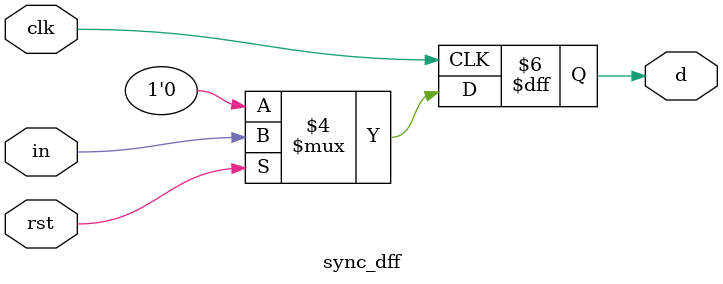
<source format=v>
module sync_dff #(parameter WIDTH=1)(
    input wire rst, clk, 
    input wire [WIDTH-1:0] in,
    output reg [WIDTH-1:0] d
);

always @(posedge clk) begin
    if (!rst) begin
        d <= {WIDTH{1'b0}};
    end
    else begin
        d <= in;
    end 
end

endmodule
</source>
